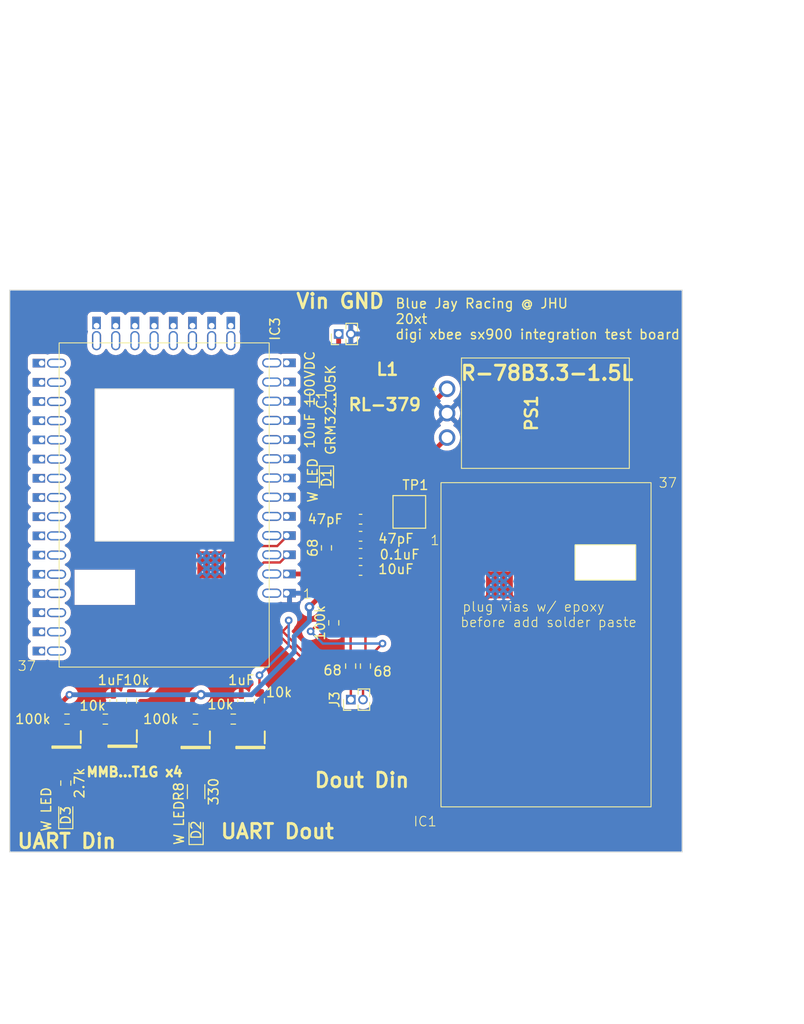
<source format=kicad_pcb>
(kicad_pcb (version 20221018) (generator pcbnew)
  (layers (0 "F.Cu" signal) (31 "B.Cu" signal) (34 "B.Paste" user) (35 "F.Paste" user) (36 "B.SilkS" user "B.Silkscreen") (37 "F.SilkS" user "F.Silkscreen") (38 "B.Mask" user) (39 "F.Mask" user) (44 "Edge.Cuts" user))
  (net 0 "")
  (net 1 "Vin")
  (net 2 "GND")
  (net 3 "Vcc")
  (net 4 "Net-(D1-A)")
  (net 5 "Dout")
  (net 6 "Din")
  (net 40 "Net-(PS1-+VIN)")
  (net 74 "Net-(J1-Pin_1)")
  (net 75 "Net-(J1-Pin_2)")
  (net 76 "Net-(IC4-E)")
  (net 77 "Net-(IC6-E)")
  (net 78 "Net-(D2-A)")
  (net 79 "Net-(D3-A)")
  (net 80 "Net-(IC4-B)")
  (net 81 "Net-(IC5-B)")
  (net 82 "Net-(IC5-C)")
  (net 83 "Net-(IC6-B)")
  (net 84 "Net-(IC7-B)")
  (net 85 "Net-(IC7-C)")
  (footprint "radio_modulefp:SOT96P237X111-3N" (layer "F.Cu") (at 137.729 100.711 -90)
    (fp_text reference "IC7" hide)
    (fp_text value "MMBT3906LT1G" hide)
    (fp_line (start -1.675 -1.505) (end -0.425 -1.505) (stroke (width 0.2)) (layer "F.SilkS"))
    (fp_line (start -0.075 -1.46) (end 0.075 -1.46) (stroke (width 0.2)) (layer "F.SilkS"))
    (fp_line (start -0.075 1.46) (end -0.075 -1.46) (stroke (width 0.2)) (layer "F.SilkS"))
    (fp_line (start 0.075 -1.46) (end 0.075 1.46) (stroke (width 0.2)) (layer "F.SilkS"))
    (fp_line (start 0.075 1.46) (end -0.075 1.46) (stroke (width 0.2)) (layer "F.SilkS"))
    (pad "1" smd rect (at -1.05 -0.955) (size 0.6 1.25) (layers "F.Cu" "F.Paste" "F.Mask") (net 84 "Net-(IC7-B)"))
    (pad "2" smd rect (at -1.05 0.955) (size 0.6 1.25) (layers "F.Cu" "F.Paste" "F.Mask") (net 3 "Vcc"))
    (pad "3" smd rect (at 1.05 0) (size 0.6 1.25) (layers "F.Cu" "F.Paste" "F.Mask") (net 85 "Net-(IC7-C)"))
  )
  (footprint "LED_SMD:LED_0603_1608Metric" (layer "F.Cu") (at 164.846 72.898 -90)
    (fp_text reference "D1" (at -0.254 0 90) (layer "F.SilkS"))
    (fp_text value "W LED" (at 0 1.43 -90) (layer "F.SilkS"))
    (fp_line (start -1.485 -0.735) (end -1.485 0.735) (stroke (width 0.12)) (layer "F.SilkS"))
    (fp_line (start -1.485 0.735) (end 0.8 0.735) (stroke (width 0.12)) (layer "F.SilkS"))
    (fp_line (start 0.8 -0.735) (end -1.485 -0.735) (stroke (width 0.12)) (layer "F.SilkS"))
    (pad "1" smd roundrect (at -0.7875 0 270) (size 0.875 0.95) (layers "F.Cu" "F.Paste" "F.Mask") (net 2 "GND"))
    (pad "2" smd roundrect (at 0.7875 0 270) (size 0.875 0.95) (layers "F.Cu" "F.Paste" "F.Mask") (net 4 "Net-(D1-A)"))
  )
  (footprint "Resistor_SMD:R_0603_1608Metric" (layer "F.Cu") (at 137.668 104.457 90)
    (fp_text reference "R12" hide)
    (fp_text value "2.7k" (at 0 1.43 90) (layer "F.SilkS"))
    (fp_line (start -0.237258 -0.5225) (end 0.237258 -0.5225) (stroke (width 0.12)) (layer "F.SilkS"))
    (fp_line (start -0.237258 0.5225) (end 0.237258 0.5225) (stroke (width 0.12)) (layer "F.SilkS"))
    (pad "1" smd roundrect (at -0.825 0 90) (size 0.8 0.95) (layers "F.Cu" "F.Paste" "F.Mask") (net 79 "Net-(D3-A)"))
    (pad "2" smd roundrect (at 0.825 0 90) (size 0.8 0.95) (layers "F.Cu" "F.Paste" "F.Mask") (net 85 "Net-(IC7-C)"))
  )
  (footprint "radio_modulefp:SOT96P237X111-3N" (layer "F.Cu") (at 143.571 100.618 -90)
    (fp_text reference "IC6" hide)
    (fp_text value "MMBT3906LT1G" hide)
    (fp_line (start -1.675 -1.505) (end -0.425 -1.505) (stroke (width 0.2)) (layer "F.SilkS"))
    (fp_line (start -0.075 -1.46) (end 0.075 -1.46) (stroke (width 0.2)) (layer "F.SilkS"))
    (fp_line (start -0.075 1.46) (end -0.075 -1.46) (stroke (width 0.2)) (layer "F.SilkS"))
    (fp_line (start 0.075 -1.46) (end 0.075 1.46) (stroke (width 0.2)) (layer "F.SilkS"))
    (fp_line (start 0.075 1.46) (end -0.075 1.46) (stroke (width 0.2)) (layer "F.SilkS"))
    (pad "1" smd rect (at -1.05 -0.955) (size 0.6 1.25) (layers "F.Cu" "F.Paste" "F.Mask") (net 83 "Net-(IC6-B)"))
    (pad "2" smd rect (at -1.05 0.955) (size 0.6 1.25) (layers "F.Cu" "F.Paste" "F.Mask") (net 77 "Net-(IC6-E)"))
    (pad "3" smd rect (at 1.05 0) (size 0.6 1.25) (layers "F.Cu" "F.Paste" "F.Mask") (net 2 "GND"))
  )
  (footprint "Connector_PinHeader_1.27mm:PinHeader_1x02_P1.27mm_Vertical" (layer "F.Cu") (at 167.386 95.758 90)
    (fp_text reference "J3" (at 0 -1.695 90) (layer "F.SilkS"))
    (fp_text value "Conn_01x02" hide)
    (fp_line (start -1.11 -0.76) (end 0 -0.76) (stroke (width 0.12)) (layer "F.SilkS"))
    (fp_line (start -1.11 0) (end -1.11 -0.76) (stroke (width 0.12)) (layer "F.SilkS"))
    (fp_line (start -1.11 0.76) (end -1.11 1.965) (stroke (width 0.12)) (layer "F.SilkS"))
    (fp_line (start -1.11 0.76) (end -0.563471 0.76) (stroke (width 0.12)) (layer "F.SilkS"))
    (fp_line (start -1.11 1.965) (end -0.30753 1.965) (stroke (width 0.12)) (layer "F.SilkS"))
    (fp_line (start 0.30753 1.965) (end 1.11 1.965) (stroke (width 0.12)) (layer "F.SilkS"))
    (fp_line (start 0.563471 0.76) (end 1.11 0.76) (stroke (width 0.12)) (layer "F.SilkS"))
    (fp_line (start 1.11 0.76) (end 1.11 1.965) (stroke (width 0.12)) (layer "F.SilkS"))
    (pad "1" thru_hole rect (at 0 0 90) (size 1 1) (drill 0.65) (layers "*.Cu" "*.Mask") (net 74 "Net-(J1-Pin_1)"))
    (pad "2" thru_hole oval (at 0 1.27 90) (size 1 1) (drill 0.65) (layers "*.Cu" "*.Mask") (net 75 "Net-(J1-Pin_2)"))
  )
  (footprint "Resistor_SMD:R_0603_1608Metric" (layer "F.Cu") (at 151.194 97.79)
    (fp_text reference "R7" hide)
    (fp_text value "100k" hide)
    (fp_line (start -0.237258 -0.5225) (end 0.237258 -0.5225) (stroke (width 0.12)) (layer "F.SilkS"))
    (fp_line (start -0.237258 0.5225) (end 0.237258 0.5225) (stroke (width 0.12)) (layer "F.SilkS"))
    (pad "1" smd roundrect (at -0.825 0) (size 0.8 0.95) (layers "F.Cu" "F.Paste" "F.Mask") (net 3 "Vcc"))
    (pad "2" smd roundrect (at 0.825 0) (size 0.8 0.95) (layers "F.Cu" "F.Paste" "F.Mask") (net 81 "Net-(IC5-B)"))
  )
  (footprint "radio_modulefp:RLS397" (layer "F.Cu") (at 171.243 65.024)
    (fp_text reference "L1" (at -0.047 -3.683) (layer "F.SilkS") (effects (font (size 1.27 1.27) (thickness 0.254))))
    (fp_text value "3.9uH" hide)
    (fp_text user "RL-379" (at -0.325 0) (layer "F.SilkS") (effects (font (size 1.27 1.27) (thickness 0.254))))
    (fp_line (start -3 -0.2) (end -3 -0.2) (stroke (width 0.1)) (layer "F.SilkS"))
    (fp_line (start -2.9 -0.2) (end -2.9 -0.2) (stroke (width 0.1)) (layer "F.SilkS"))
    (fp_arc (start -3 -0.2) (mid -2.95 -0.25) (end -2.9 -0.2) (stroke (width 0.1)) (layer "F.SilkS"))
    (fp_arc (start -2.9 -0.2) (mid -2.95 -0.15) (end -3 -0.2) (stroke (width 0.1)) (layer "F.SilkS"))
    (pad "1" smd rect (at -1.35 0) (size 2 3.5) (layers "F.Cu" "F.Paste" "F.Mask") (net 1 "Vin"))
    (pad "2" smd rect (at 1.35 0) (size 2 3.5) (layers "F.Cu" "F.Paste" "F.Mask") (net 40 "Net-(PS1-+VIN)"))
  )
  (footprint "Capacitor_SMD:C_0603_1608Metric" (layer "F.Cu") (at 168.402 78.74 180)
    (fp_text reference "C4" hide)
    (fp_text value "47pF" (at -3.683 -0.254) (layer "F.SilkS"))
    (fp_line (start -0.14058 -0.51) (end 0.14058 -0.51) (stroke (width 0.12)) (layer "F.SilkS"))
    (fp_line (start -0.14058 0.51) (end 0.14058 0.51) (stroke (width 0.12)) (layer "F.SilkS"))
    (pad "1" smd roundrect (at -0.775 0 180) (size 0.9 0.95) (layers "F.Cu" "F.Paste" "F.Mask") (net 2 "GND"))
    (pad "2" smd roundrect (at 0.775 0 180) (size 0.9 0.95) (layers "F.Cu" "F.Paste" "F.Mask") (net 3 "Vcc"))
  )
  (footprint "Resistor_SMD:R_0603_1608Metric" (layer "F.Cu") (at 167.366 92.265 90)
    (fp_text reference "R2" hide)
    (fp_text value "68" (at -0.445 -1.885 180) (layer "F.SilkS"))
    (fp_line (start -0.237258 -0.5225) (end 0.237258 -0.5225) (stroke (width 0.12)) (layer "F.SilkS"))
    (fp_line (start -0.237258 0.5225) (end 0.237258 0.5225) (stroke (width 0.12)) (layer "F.SilkS"))
    (pad "1" smd roundrect (at -0.825 0 90) (size 0.8 0.95) (layers "F.Cu" "F.Paste" "F.Mask") (net 74 "Net-(J1-Pin_1)"))
    (pad "2" smd roundrect (at 0.825 0 90) (size 0.8 0.95) (layers "F.Cu" "F.Paste" "F.Mask") (net 5 "Dout"))
  )
  (footprint "LED_SMD:LED_0603_1608Metric" (layer "F.Cu") (at 151.257 109.3725 90)
    (fp_text reference "D2" (at 0.0255 0 90) (layer "F.SilkS"))
    (fp_text value "LED" hide)
    (fp_line (start -1.485 -0.735) (end -1.485 0.735) (stroke (width 0.12)) (layer "F.SilkS"))
    (fp_line (start -1.485 0.735) (end 0.8 0.735) (stroke (width 0.12)) (layer "F.SilkS"))
    (fp_line (start 0.8 -0.735) (end -1.485 -0.735) (stroke (width 0.12)) (layer "F.SilkS"))
    (pad "1" smd roundrect (at -0.7875 0 90) (size 0.875 0.95) (layers "F.Cu" "F.Paste" "F.Mask") (net 2 "GND"))
    (pad "2" smd roundrect (at 0.7875 0 90) (size 0.875 0.95) (layers "F.Cu" "F.Paste" "F.Mask") (net 78 "Net-(D2-A)"))
  )
  (footprint "Capacitor_SMD:C_0402_1005Metric" (layer "F.Cu") (at 155.956 95.885 90)
    (fp_text reference "C6" hide)
    (fp_text value "1uF" hide)
    (fp_line (start -0.107836 -0.36) (end 0.107836 -0.36) (stroke (width 0.12)) (layer "F.SilkS"))
    (fp_line (start -0.107836 0.36) (end 0.107836 0.36) (stroke (width 0.12)) (layer "F.SilkS"))
    (pad "1" smd roundrect (at -0.48 0 90) (size 0.56 0.62) (layers "F.Cu" "F.Paste" "F.Mask") (net 76 "Net-(IC4-E)"))
    (pad "2" smd roundrect (at 0.48 0 90) (size 0.56 0.62) (layers "F.Cu" "F.Paste" "F.Mask") (net 2 "GND"))
  )
  (footprint "Capacitor_SMD:C_0603_1608Metric" (layer "F.Cu") (at 168.402 76.962 180)
    (fp_text reference "C5" hide)
    (fp_text value "47pF" (at 3.683 0) (layer "F.SilkS"))
    (fp_line (start -0.14058 -0.51) (end 0.14058 -0.51) (stroke (width 0.12)) (layer "F.SilkS"))
    (fp_line (start -0.14058 0.51) (end 0.14058 0.51) (stroke (width 0.12)) (layer "F.SilkS"))
    (pad "1" smd roundrect (at -0.775 0 180) (size 0.9 0.95) (layers "F.Cu" "F.Paste" "F.Mask") (net 2 "GND"))
    (pad "2" smd roundrect (at 0.775 0 180) (size 0.9 0.95) (layers "F.Cu" "F.Paste" "F.Mask") (net 3 "Vcc"))
  )
  (footprint "radio_modulefp:SOT96P237X111-3N" (layer "F.Cu") (at 156.906 100.745 -90)
    (fp_text reference "IC4" hide)
    (fp_text value "MMBT3906LT1G" hide)
    (fp_line (start -1.675 -1.505) (end -0.425 -1.505) (stroke (width 0.2)) (layer "F.SilkS"))
    (fp_line (start -0.075 -1.46) (end 0.075 -1.46) (stroke (width 0.2)) (layer "F.SilkS"))
    (fp_line (start -0.075 1.46) (end -0.075 -1.46) (stroke (width 0.2)) (layer "F.SilkS"))
    (fp_line (start 0.075 -1.46) (end 0.075 1.46) (stroke (width 0.2)) (layer "F.SilkS"))
    (fp_line (start 0.075 1.46) (end -0.075 1.46) (stroke (width 0.2)) (layer "F.SilkS"))
    (pad "1" smd rect (at -1.05 -0.955) (size 0.6 1.25) (layers "F.Cu" "F.Paste" "F.Mask") (net 80 "Net-(IC4-B)"))
    (pad "2" smd rect (at -1.05 0.955) (size 0.6 1.25) (layers "F.Cu" "F.Paste" "F.Mask") (net 76 "Net-(IC4-E)"))
    (pad "3" smd rect (at 1.05 0) (size 0.6 1.25) (layers "F.Cu" "F.Paste" "F.Mask") (net 2 "GND"))
  )
  (footprint "Capacitor_SMD:C_0603_1608Metric" (layer "F.Cu") (at 168.402 80.518 180)
    (fp_text reference "C3" hide)
    (fp_text value "0.1uF" (at -4.064 -0.127) (layer "F.SilkS"))
    (fp_line (start -0.14058 -0.51) (end 0.14058 -0.51) (stroke (width 0.12)) (layer "F.SilkS"))
    (fp_line (start -0.14058 0.51) (end 0.14058 0.51) (stroke (width 0.12)) (layer "F.SilkS"))
    (pad "1" smd roundrect (at -0.775 0 180) (size 0.9 0.95) (layers "F.Cu" "F.Paste" "F.Mask") (net 2 "GND"))
    (pad "2" smd roundrect (at 0.775 0 180) (size 0.9 0.95) (layers "F.Cu" "F.Paste" "F.Mask") (net 3 "Vcc"))
  )
  (footprint "Resistor_SMD:R_0603_1608Metric" (layer "F.Cu") (at 144.526 95.885 -90)
    (fp_text reference "R10" hide)
    (fp_text value "10k" (at -2.159 -0.508 -180) (layer "F.SilkS"))
    (fp_line (start -0.237258 -0.5225) (end 0.237258 -0.5225) (stroke (width 0.12)) (layer "F.SilkS"))
    (fp_line (start -0.237258 0.5225) (end 0.237258 0.5225) (stroke (width 0.12)) (layer "F.SilkS"))
    (pad "1" smd roundrect (at -0.825 0 270) (size 0.8 0.95) (layers "F.Cu" "F.Paste" "F.Mask") (net 6 "Din"))
    (pad "2" smd roundrect (at 0.825 0 270) (size 0.8 0.95) (layers "F.Cu" "F.Paste" "F.Mask") (net 83 "Net-(IC6-B)"))
  )
  (footprint "LED_SMD:LED_0603_1608Metric" (layer "F.Cu") (at 137.668 107.7215 90)
    (fp_text reference "D3" hide)
    (fp_text value "W LED" (at 0.5335 -2.032 90) (layer "F.SilkS"))
    (fp_line (start -1.485 -0.735) (end -1.485 0.735) (stroke (width 0.12)) (layer "F.SilkS"))
    (fp_line (start -1.485 0.735) (end 0.8 0.735) (stroke (width 0.12)) (layer "F.SilkS"))
    (fp_line (start 0.8 -0.735) (end -1.485 -0.735) (stroke (width 0.12)) (layer "F.SilkS"))
    (pad "1" smd roundrect (at -0.7875 0 90) (size 0.875 0.95) (layers "F.Cu" "F.Paste" "F.Mask") (net 2 "GND"))
    (pad "2" smd roundrect (at 0.7875 0 90) (size 0.875 0.95) (layers "F.Cu" "F.Paste" "F.Mask") (net 79 "Net-(D3-A)"))
  )
  (footprint "Connector_PinHeader_1.27mm:PinHeader_1x02_P1.27mm_Vertical" (layer "F.Cu") (at 166.116 57.658 90)
    (fp_text reference "J4" hide)
    (fp_text value "Conn_01x02" hide)
    (fp_line (start -1.11 -0.76) (end 0 -0.76) (stroke (width 0.12)) (layer "F.SilkS"))
    (fp_line (start -1.11 0) (end -1.11 -0.76) (stroke (width 0.12)) (layer "F.SilkS"))
    (fp_line (start -1.11 0.76) (end -1.11 1.965) (stroke (width 0.12)) (layer "F.SilkS"))
    (fp_line (start -1.11 0.76) (end -0.563471 0.76) (stroke (width 0.12)) (layer "F.SilkS"))
    (fp_line (start -1.11 1.965) (end -0.30753 1.965) (stroke (width 0.12)) (layer "F.SilkS"))
    (fp_line (start 0.30753 1.965) (end 1.11 1.965) (stroke (width 0.12)) (layer "F.SilkS"))
    (fp_line (start 0.563471 0.76) (end 1.11 0.76) (stroke (width 0.12)) (layer "F.SilkS"))
    (fp_line (start 1.11 0.76) (end 1.11 1.965) (stroke (width 0.12)) (layer "F.SilkS"))
    (pad "1" thru_hole rect (at 0 0 90) (size 1 1) (drill 0.65) (layers "*.Cu" "*.Mask") (net 1 "Vin"))
    (pad "2" thru_hole oval (at 0 1.27 90) (size 1 1) (drill 0.65) (layers "*.Cu" "*.Mask") (net 2 "GND"))
  )
  (footprint "Resistor_SMD:R_0603_1608Metric" (layer "F.Cu") (at 137.795 97.79)
    (fp_text reference "R11" hide)
    (fp_text value "100k" (at -3.556 0) (layer "F.SilkS"))
    (fp_line (start -0.237258 -0.5225) (end 0.237258 -0.5225) (stroke (width 0.12)) (layer "F.SilkS"))
    (fp_line (start -0.237258 0.5225) (end 0.237258 0.5225) (stroke (width 0.12)) (layer "F.SilkS"))
    (pad "1" smd roundrect (at -0.825 0) (size 0.8 0.95) (layers "F.Cu" "F.Paste" "F.Mask") (net 3 "Vcc"))
    (pad "2" smd roundrect (at 0.825 0) (size 0.8 0.95) (layers "F.Cu" "F.Paste" "F.Mask") (net 84 "Net-(IC7-B)"))
  )
  (footprint "Capacitor_SMD:C_0603_1608Metric" (layer "F.Cu") (at 168.402 82.296 180)
    (fp_text reference "C2" hide)
    (fp_text value "10uF" (at -3.683 0.127) (layer "F.SilkS"))
    (fp_line (start -0.14058 -0.51) (end 0.14058 -0.51) (stroke (width 0.12)) (layer "F.SilkS"))
    (fp_line (start -0.14058 0.51) (end 0.14058 0.51) (stroke (width 0.12)) (layer "F.SilkS"))
    (pad "1" smd roundrect (at -0.775 0 180) (size 0.9 0.95) (layers "F.Cu" "F.Paste" "F.Mask") (net 2 "GND"))
    (pad "2" smd roundrect (at 0.775 0 180) (size 0.9 0.95) (layers "F.Cu" "F.Paste" "F.Mask") (net 3 "Vcc"))
  )
  (footprint "Resistor_SMD:R_1206_3216Metric" (layer "F.Cu") (at 151.257 105.3485 90)
    (fp_text reference "R8" (at 0 -1.82 90) (layer "F.SilkS"))
    (fp_text value "330" (at 0 1.82 90) (layer "F.SilkS"))
    (fp_line (start -0.727064 -0.91) (end 0.727064 -0.91) (stroke (width 0.12)) (layer "F.SilkS"))
    (fp_line (start -0.727064 0.91) (end 0.727064 0.91) (stroke (width 0.12)) (layer "F.SilkS"))
    (pad "1" smd roundrect (at -1.4625 0 90) (size 1.125 1.75) (layers "F.Cu" "F.Paste" "F.Mask") (roundrect_rratio 0.222222) (net 78 "Net-(D2-A)"))
    (pad "2" smd roundrect (at 1.4625 0 90) (size 1.125 1.75) (layers "F.Cu" "F.Paste" "F.Mask") (roundrect_rratio 0.222222) (net 82 "Net-(IC5-C)"))
  )
  (footprint "Resistor_SMD:R_0603_1608Metric" (layer "F.Cu") (at 141.795 97.79 180)
    (fp_text reference "R9" hide)
    (fp_text value "10k" (at 1.333 1.397) (layer "F.SilkS"))
    (fp_line (start -0.237258 -0.5225) (end 0.237258 -0.5225) (stroke (width 0.12)) (layer "F.SilkS"))
    (fp_line (start -0.237258 0.5225) (end 0.237258 0.5225) (stroke (width 0.12)) (layer "F.SilkS"))
    (pad "1" smd roundrect (at -0.825 0 180) (size 0.8 0.95) (layers "F.Cu" "F.Paste" "F.Mask") (net 77 "Net-(IC6-E)"))
    (pad "2" smd roundrect (at 0.825 0 180) (size 0.8 0.95) (layers "F.Cu" "F.Paste" "F.Mask") (net 84 "Net-(IC7-B)"))
  )
  (footprint "Resistor_SMD:R_0603_1608Metric" (layer "F.Cu") (at 155.131 97.79 180)
    (fp_text reference "R6" hide)
    (fp_text value "10k" hide)
    (fp_line (start -0.237258 -0.5225) (end 0.237258 -0.5225) (stroke (width 0.12)) (layer "F.SilkS"))
    (fp_line (start -0.237258 0.5225) (end 0.237258 0.5225) (stroke (width 0.12)) (layer "F.SilkS"))
    (pad "1" smd roundrect (at -0.825 0 180) (size 0.8 0.95) (layers "F.Cu" "F.Paste" "F.Mask") (net 76 "Net-(IC4-E)"))
    (pad "2" smd roundrect (at 0.825 0 180) (size 0.8 0.95) (layers "F.Cu" "F.Paste" "F.Mask") (net 81 "Net-(IC5-B)"))
  )
  (footprint "Resistor_SMD:R_0603_1608Metric" (layer "F.Cu") (at 164.846 79.946 -90)
    (fp_text reference "R3" hide)
    (fp_text value "68" (at 0 1.43 90) (layer "F.SilkS"))
    (fp_line (start -0.237258 -0.5225) (end 0.237258 -0.5225) (stroke (width 0.12)) (layer "F.SilkS"))
    (fp_line (start -0.237258 0.5225) (end 0.237258 0.5225) (stroke (width 0.12)) (layer "F.SilkS"))
    (pad "1" smd roundrect (at -0.825 0 270) (size 0.8 0.95) (layers "F.Cu" "F.Paste" "F.Mask") (net 4 "Net-(D1-A)"))
    (pad "2" smd roundrect (at 0.825 0 270) (size 0.8 0.95) (layers "F.Cu" "F.Paste" "F.Mask") (net 3 "Vcc"))
  )
  (footprint "Capacitor_SMD:C_1210_3225Metric" (layer "F.Cu") (at 164.465 64.516 -90)
    (fp_text reference "C1" (at 0 0.127 90) (layer "F.SilkS"))
    (fp_text value "10uF 100VDC" (at 0 1.36 90) (layer "F.SilkS"))
    (fp_line (start -0.711252 -1.36) (end 0.711252 -1.36) (stroke (width 0.12)) (layer "F.SilkS"))
    (fp_line (start -0.711252 1.36) (end 0.711252 1.36) (stroke (width 0.12)) (layer "F.SilkS"))
    (pad "1" smd roundrect (at -1.475 0 270) (size 1.15 2.7) (layers "F.Cu" "F.Paste" "F.Mask") (roundrect_rratio 0.217391) (net 1 "Vin"))
    (pad "2" smd roundrect (at 1.475 0 270) (size 1.15 2.7) (layers "F.Cu" "F.Paste" "F.Mask") (roundrect_rratio 0.217391) (net 2 "GND"))
  )
  (footprint "Resistor_SMD:R_0603_1608Metric" (layer "F.Cu") (at 165.608 87.757 -90)
    (fp_text reference "R4" hide)
    (fp_text value "100k" (at 0 1.43 90) (layer "F.SilkS"))
    (fp_line (start -0.237258 -0.5225) (end 0.237258 -0.5225) (stroke (width 0.12)) (layer "F.SilkS"))
    (fp_line (start -0.237258 0.5225) (end 0.237258 0.5225) (stroke (width 0.12)) (layer "F.SilkS"))
    (pad "1" smd roundrect (at -0.825 0 270) (size 0.8 0.95) (layers "F.Cu" "F.Paste" "F.Mask") (net 3 "Vcc"))
    (pad "2" smd roundrect (at 0.825 0 270) (size 0.8 0.95) (layers "F.Cu" "F.Paste" "F.Mask") (net 6 "Din"))
  )
  (footprint "TestPoint:TestPoint_Pad_3.0x3.0mm" (layer "F.Cu") (at 173.482 76.2)
    (fp_text reference "TP1" (at 0.635 -2.794) (layer "F.SilkS"))
    (fp_text value "TestPoint" hide)
    (fp_line (start -1.7 -1.7) (end 1.7 -1.7) (stroke (width 0.12)) (layer "F.SilkS"))
    (fp_line (start -1.7 1.7) (end -1.7 -1.7) (stroke (width 0.12)) (layer "F.SilkS"))
    (fp_line (start 1.7 -1.7) (end 1.7 1.7) (stroke (width 0.12)) (layer "F.SilkS"))
    (fp_line (start 1.7 1.7) (end -1.7 1.7) (stroke (width 0.12)) (layer "F.SilkS"))
    (pad "1" smd rect (at 0 0) (size 3 3) (layers "F.Cu" "F.Mask") (net 3 "Vcc"))
  )
  (footprint "radio_modulefp:xbee sx 900" (layer "F.Cu") (at 176.785 106.933)
    (fp_text reference "IC1" (at -1.652 1.525 unlocked) (layer "F.SilkS") (effects (font (thickness 0.1))))
    (fp_text value "XBP9X-DMUS-011")
    (fp_text user "1" (at -1.17 -27.19 unlocked) (layer "F.SilkS") (effects (font (thickness 0.1)) (justify left bottom)))
    (fp_text user "plug vias w/ epoxy" (at 2.17 -20.26 unlocked) (layer "F.SilkS") (effects (font (thickness 0.1)) (justify left bottom)))
    (fp_text user "37" (at 22.63 -33.18 unlocked) (layer "F.SilkS") (effects (font (thickness 0.1)) (justify left bottom)))
    (fp_text user "before add solder paste" (at 1.96 -18.65 unlocked) (layer "F.SilkS") (effects (font (thickness 0.1)) (justify left bottom)))
    (fp_rect (start 0 0) (end 21.9 -33.78) (stroke (width 0.1)) (fill none) (layer "F.SilkS"))
    (fp_rect (start 13.98 -27.31) (end 20.3 -23.63) (stroke (width 0.1)) (fill none) (layer "F.SilkS"))
    (pad "1" smd roundrect (at 0.04 -26.08) (size 3 1.52) (layers "F.Cu" "F.Paste" "F.Mask") (net 2 "GND"))
    (pad "2" smd roundrect (at 0.04 -24.08) (size 3 1.52) (layers "F.Cu" "F.Paste" "F.Mask") (net 3 "Vcc"))
    (pad "3" smd roundrect (at 0.04 -22.08) (size 3 1.52) (layers "F.Cu" "F.Paste" "F.Mask") (net 5 "Dout"))
    (pad "4" smd roundrect (at 0.04 -20.08) (size 3 1.52) (layers "F.Cu" "F.Paste" "F.Mask") (net 6 "Din"))
    (pad "5" smd roundrect (at 0.04 -18.08) (size 3 1.52) (layers "F.Cu" "F.Paste" "F.Mask"))
    (pad "6" smd roundrect (at 0.04 -16.08) (size 3 1.52) (layers "F.Cu" "F.Paste" "F.Mask"))
    (pad "7" smd roundrect (at 0.04 -14.08) (size 3 1.52) (layers "F.Cu" "F.Paste" "F.Mask"))
    (pad "8" smd roundrect (at 0.04 -12.08) (size 3 1.52) (layers "F.Cu" "F.Paste" "F.Mask"))
    (pad "9" smd roundrect (at 0.04 -10.08) (size 3 1.52) (layers "F.Cu" "F.Paste" "F.Mask"))
    (pad "10" smd roundrect (at 0.04 -8.08) (size 3 1.52) (layers "F.Cu" "F.Paste" "F.Mask"))
    (pad "11" smd roundrect (at 0.04 -6.08) (size 3 1.52) (layers "F.Cu" "F.Paste" "F.Mask"))
    (pad "12" smd roundrect (at 0.04 -4.08) (size 3 1.52) (layers "F.Cu" "F.Paste" "F.Mask"))
    (pad "13" smd roundrect (at 0.04 -2.08) (size 3 1.52) (layers "F.Cu" "F.Paste" "F.Mask"))
    (pad "14" smd roundrect (at 4 0 90) (size 3 1.52) (layers "F.Cu" "F.Paste" "F.Mask"))
    (pad "15" smd roundrect (at 6 0 90) (size 3 1.52) (layers "F.Cu" "F.Paste" "F.Mask"))
    (pad "16" smd roundrect (at 8 0 90) (size 3 1.52) (layers "F.Cu" "F.Paste" "F.Mask"))
    (pad "17" smd roundrect (at 10 0 90) (size 3 1.52) (layers "F.Cu" "F.Paste" "F.Mask"))
    (pad "18" smd roundrect (at 12 0 90) (size 3 1.52) (layers "F.Cu" "F.Paste" "F.Mask"))
    (pad "19" smd roundrect (at 14 0 90) (size 3 1.52) (layers "F.Cu" "F.Paste" "F.Mask"))
    (pad "20" smd roundrect (at 16 0 90) (size 3 1.52) (layers "F.Cu" "F.Paste" "F.Mask"))
    (pad "21" smd roundrect (at 18 0 90) (size 3 1.52) (layers "F.Cu" "F.Paste" "F.Mask"))
    (pad "22" smd roundrect (at 21.9 -2.11) (size 3 1.52) (layers "F.Cu" "F.Paste" "F.Mask"))
    (pad "23" smd roundrect (at 21.9 -4.11) (size 3 1.52) (layers "F.Cu" "F.Paste" "F.Mask"))
    (pad "24" smd roundrect (at 21.9 -6.11) (size 3 1.52) (layers "F.Cu" "F.Paste" "F.Mask"))
    (pad "25" smd roundrect (at 21.9 -8.11) (size 3 1.52) (layers "F.Cu" "F.Paste" "F.Mask"))
    (pad "26" smd roundrect (at 21.9 -10.11) (size 3 1.52) (layers "F.Cu" "F.Paste" "F.Mask"))
    (pad "27" smd roundrect (at 21.9 -12.11) (size 3 1.52) (layers "F.Cu" "F.Paste" "F.Mask"))
    (pad "28" smd roundrect (at 21.9 -14.11) (size 3 1.52) (layers "F.Cu" "F.Paste" "F.Mask"))
    (pad "29" smd roundrect (at 21.9 -16.11) (size 3 1.52) (layers "F.Cu" "F.Paste" "F.Mask"))
    (pad "30" smd roundrect (at 21.9 -18.11) (size 3 1.52) (layers "F.Cu" "F.Paste" "F.Mask"))
    (pad "31" smd roundrect (at 21.9 -20.11) (size 3 1.52) (layers "F.Cu" "F.Paste" "F.Mask"))
    (pad "32" smd roundrect (at 21.9 -22.11) (size 3 1.52) (layers "F.Cu" "F.Paste" "F.Mask"))
    (pad "33" smd roundrect (at 21.9 -24.11) (size 3 1.52) (layers "F.Cu" "F.Paste" "F.Mask"))
    (pad "34" smd roundrect (at 21.9 -26.11) (size 3 1.52) (layers "F.Cu" "F.Paste" "F.Mask"))
    (pad "35" smd roundrect (at 21.9 -28.11) (size 3 1.52) (layers "F.Cu" "F.Paste" "F.Mask"))
    (pad "36" smd roundrect (at 21.9 -30.11) (size 3 1.52) (layers "F.Cu" "F.Paste" "F.Mask"))
    (pad "37" smd roundrect (at 21.9 -32.11) (size 3 1.52) (layers "F.Cu" "F.Paste" "F.Mask"))
    (pad "38" thru_hole circle (at 5.205 -23.875) (size 0.33 0.33) (drill 0.127) (layers "*.Cu") (net 2 "GND"))
    (pad "38" thru_hole circle (at 5.205 -23.115) (size 0.33 0.33) (drill 0.127) (layers "*.Cu") (net 2 "GND"))
    (pad "38" thru_hole circle (at 5.205 -22.185) (size 0.33 0.33) (drill 0.127) (layers "*.Cu") (net 2 "GND"))
    (pad "38" thru_hole circle (at 6.095 -23.875) (size 0.33 0.33) (drill 0.127) (layers "*.Cu") (net 2 "GND"))
    (pad "38" thru_hole circle (at 6.095 -23.115) (size 0.33 0.33) (drill 0.127) (layers "*.Cu") (net 2 "GND"))
    (pad "38" smd roundrect (at 6.095 -23.115) (size 2.79 2.79) (layers "F.Cu" "F.Paste" "F.Mask") (roundrect_rratio 0.03584229391) (net 2 "GND"))
    (pad "38" thru_hole circle (at 6.095 -22.185) (size 0.33 0.33) (drill 0.127) (layers "*.Cu") (net 2 "GND"))
    (pad "38" thru_hole circle (at 6.955 -23.875) (size 0.33 0.33) (drill 0.127) (layers "*.Cu") (net 2 "GND"))
    (pad "38" thru_hole circle (at 6.955 -23.115) (size 0.33 0.33) (drill 0.127) (layers "*.Cu") (net 2 "GND"))
    (pad "38" thru_hole circle (at 6.955 -22.185) (size 0.33 0.33) (drill 0.127) (layers "*.Cu") (net 2 "GND"))
    (zone (net 0) (net_name "") (layers "*.Cu") (connect_pads (clearance 0)) (min_thickness 0.25)
      (keepout (tracks not_allowed) (vias not_allowed) (pads not_allowed) (copperpour not_allowed) (footprints allowed))
      (fill (thermal_gap 0.5) (thermal_bridge_width 0.5))
      (polygon (pts (xy 190.765 79.623) (xy 197.085 79.623) (xy 197.085 83.303) (xy 190.765 83.303)))
    )
  )
  (footprint "radio_modulefp:SOT96P237X111-3N" (layer "F.Cu") (at 151.191 100.745 -90)
    (fp_text reference "IC5" hide)
    (fp_text value "MMBT3906LT1G" hide)
    (fp_line (start -1.675 -1.505) (end -0.425 -1.505) (stroke (width 0.2)) (layer "F.SilkS"))
    (fp_line (start -0.075 -1.46) (end 0.075 -1.46) (stroke (width 0.2)) (layer "F.SilkS"))
    (fp_line (start -0.075 1.46) (end -0.075 -1.46) (stroke (width 0.2)) (layer "F.SilkS"))
    (fp_line (start 0.075 -1.46) (end 0.075 1.46) (stroke (width 0.2)) (layer "F.SilkS"))
    (fp_line (start 0.075 1.46) (end -0.075 1.46) (stroke (width 0.2)) (layer "F.SilkS"))
    (pad "1" smd rect (at -1.05 -0.955) (size 0.6 1.25) (layers "F.Cu" "F.Paste" "F.Mask") (net 81 "Net-(IC5-B)"))
    (pad "2" smd rect (at -1.05 0.955) (size 0.6 1.25) (layers "F.Cu" "F.Paste" "F.Mask") (net 3 "Vcc"))
    (pad "3" smd rect (at 1.05 0) (size 0.6 1.25) (layers "F.Cu" "F.Paste" "F.Mask") (net 82 "Net-(IC5-C)"))
  )
  (footprint "radio_modulefp:xbee sx 900 flexy" (layer "F.Cu") (at 158.875 58.587 180)
    (fp_text reference "IC3" (at -0.61 1.45 90) (layer "F.SilkS"))
    (fp_text value "XBP9X-DMUS-011")
    (fp_text user "1" (at -3.431 -26.757 unlocked) (layer "F.SilkS") (effects (font (thickness 0.1)) (justify left bottom)))
    (fp_text user "37" (at 26.287 -34.25 unlocked) (layer "F.SilkS") (effects (font (thickness 0.1)) (justify left bottom)))
    (fp_rect (start 0 0) (end 21.9 -33.78) (stroke (width 0.1)) (fill none) (layer "F.SilkS"))
    (pad "" thru_hole oval (at -0.27 -26.08 180) (size 2 0.95) (drill oval 1.7 0.65) (layers "*.Cu" "*.Mask"))
    (pad "" thru_hole oval (at -0.27 -24.08 180) (size 2 0.95) (drill oval 1.7 0.65) (layers "*.Cu" "*.Mask"))
    (pad "" thru_hole oval (at -0.27 -22.08 180) (size 2 0.95) (drill oval 1.7 0.65) (layers "*.Cu" "*.Mask"))
    (pad "" thru_hole oval (at -0.27 -20.08 180) (size 2 0.95) (drill oval 1.7 0.65) (layers "*.Cu" "*.Mask"))
    (pad "" thru_hole oval (at -0.27 -18.08 180) (size 2 0.95) (drill oval 1.7 0.65) (layers "*.Cu" "*.Mask"))
    (pad "" thru_hole oval (at -0.27 -16.08 180) (size 2 0.95) (drill oval 1.7 0.65) (layers "*.Cu" "*.Mask"))
    (pad "" thru_hole oval (at -0.27 -14.08 180) (size 2 0.95) (drill oval 1.7 0.65) (layers "*.Cu" "*.Mask"))
    (pad "" thru_hole oval (at -0.27 -12.08 180) (size 2 0.95) (drill oval 1.7 0.65) (layers "*.Cu" "*.Mask"))
    (pad "" thru_hole oval (at -0.27 -10.08 180) (size 2 0.95) (drill oval 1.7 0.65) (layers "*.Cu" "*.Mask"))
    (pad "" thru_hole oval (at -0.27 -8.08 180) (size 2 0.95) (drill oval 1.7 0.65) (layers "*.Cu" "*.Mask"))
    (pad "" thru_hole oval (at -0.27 -6.08 180) (size 2 0.95) (drill oval 1.7 0.65) (layers "*.Cu" "*.Mask"))
    (pad "" thru_hole oval (at -0.27 -4.08 180) (size 2 0.95) (drill oval 1.7 0.65) (layers "*.Cu" "*.Mask"))
    (pad "" thru_hole oval (at -0.27 -2.08 180) (size 2 0.95) (drill oval 1.7 0.65) (layers "*.Cu" "*.Mask"))
    (pad "" thru_hole oval (at 4 0.23 270) (size 2 0.95) (drill oval 1.7 0.65) (layers "*.Cu" "*.Mask"))
    (pad "" thru_hole oval (at 6 0.23 270) (size 2 0.95) (drill oval 1.7 0.65) (layers "*.Cu" "*.Mask"))
    (pad "" thru_hole oval (at 8 0.23 270) (size 2 0.95) (drill oval 1.7 0.65) (layers "*.Cu" "*.Mask"))
    (pad "" thru_hole oval (at 10 0.23 270) (size 2 0.95) (drill oval 1.7 0.65) (layers "*.Cu" "*.Mask"))
    (pad "" thru_hole oval (at 12 0.23 270) (size 2 0.95) (drill oval 1.7 0.65) (layers "*.Cu" "*.Mask"))
    (pad "" thru_hole oval (at 14 0.23 270) (size 2 0.95) (drill oval 1.7 0.65) (layers "*.Cu" "*.Mask"))
    (pad "" thru_hole oval (at 16 0.23 270) (size 2 0.95) (drill oval 1.7 0.65) (layers "*.Cu" "*.Mask"))
    (pad "" thru_hole oval (at 18 0.23 270) (size 2 0.95) (drill oval 1.7 0.65) (layers "*.Cu" "*.Mask"))
    (pad "" thru_hole oval (at 22.17 -32.11 180) (size 2 0.95) (drill oval 1.7 0.65) (layers "*.Cu" "*.Mask"))
    (pad "" thru_hole oval (at 22.17 -30.11 180) (size 2 0.95) (drill oval 1.7 0.65) (layers "*.Cu" "*.Mask"))
    (pad "" thru_hole oval (at 22.17 -28.11 180) (size 2 0.95) (drill oval 1.7 0.65) (layers "*.Cu" "*.Mask"))
    (pad "" thru_hole oval (at 22.17 -26.11 180) (size 2 0.95) (drill oval 1.7 0.65) (layers "*.Cu" "*.Mask"))
    (pad "" thru_hole oval (at 22.17 -24.11 180) (size 2 0.95) (drill oval 1.7 0.65) (layers "*.Cu" "*.Mask"))
    (pad "" thru_hole oval (at 22.17 -22.11 180) (size 2 0.95) (drill oval 1.7 0.65) (layers "*.Cu" "*.Mask"))
    (pad "" thru_hole oval (at 22.17 -20.11 180) (size 2 0.95) (drill oval 1.7 0.65) (layers "*.Cu" "*.Mask"))
    (pad "" thru_hole oval (at 22.17 -18.11 180) (size 2 0.95) (drill oval 1.7 0.65) (layers "*.Cu" "*.Mask"))
    (pad "" thru_hole oval (at 22.17 -16.11 180) (size 2 0.95) (drill oval 1.7 0.65) (layers "*.Cu" "*.Mask"))
    (pad "" thru_hole oval (at 22.17 -14.11 180) (size 2 0.95) (drill oval 1.7 0.65) (layers "*.Cu" "*.Mask"))
    (pad "" thru_hole oval (at 22.17 -12.11 180) (size 2 0.95) (drill oval 1.7 0.65) (layers "*.Cu" "*.Mask"))
    (pad "" thru_hole oval (at 22.17 -10.11 180) (size 2 0.95) (drill oval 1.7 0.65) (layers "*.Cu" "*.Mask"))
    (pad "" thru_hole oval (at 22.17 -8.11 180) (size 2 0.95) (drill oval 1.7 0.65) (layers "*.Cu" "*.Mask"))
    (pad "" thru_hole oval (at 22.17 -6.11 180) (size 2 0.95) (drill oval 1.7 0.65) (layers "*.Cu" "*.Mask"))
    (pad "" thru_hole oval (at 22.17 -4.11 180) (size 2 0.95) (drill oval 1.7 0.65) (layers "*.Cu" "*.Mask"))
    (pad "" thru_hole oval (at 22.17 -2.11 180) (size 2 0.95) (drill oval 1.7 0.65) (layers "*.Cu" "*.Mask"))
    (pad "1" thru_hole rect (at -1.82 -26.08 180) (size 1.3 0.9) (drill 0.6 (offset -0.3 0)) (layers "*.Cu" "*.Mask") (net 2 "GND"))
    (pad "2" thru_hole rect (at -1.82 -24.08 180) (size 1.3 0.9) (drill 0.6 (offset -0.3 0)) (layers "*.Cu" "*.Mask") (net 3 "Vcc"))
    (pad "3" thru_hole rect (at -1.82 -22.08 180) (size 1.3 0.9) (drill 0.6 (offset -0.3 0)) (layers "*.Cu" "*.Mask") (net 5 "Dout"))
    (pad "4" thru_hole rect (at -1.82 -20.08 180) (size 1.3 0.9) (drill 0.6 (offset -0.3 0)) (layers "*.Cu" "*.Mask") (net 6 "Din"))
    (pad "5" thru_hole rect (at -1.82 -18.08 180) (size 1.3 0.9) (drill 0.6 (offset -0.3 0)) (layers "*.Cu" "*.Mask"))
    (pad "6" thru_hole rect (at -1.82 -16.08 180) (size 1.3 0.9) (drill 0.6 (offset -0.3 0)) (layers "*.Cu" "*.Mask"))
    (pad "7" thru_hole rect (at -1.82 -14.08 180) (size 1.3 0.9) (drill 0.6 (offset -0.3 0)) (layers "*.Cu" "*.Mask"))
    (pad "8" thru_hole rect (at -1.82 -12.08 180) (size 1.3 0.9) (drill 0.6 (offset -0.3 0)) (layers "*.Cu" "*.Mask"))
    (pad "9" thru_hole rect (at -1.82 -10.08 180) (size 1.3 0.9) (drill 0.6 (offset -0.3 0)) (layers "*.Cu" "*.Mask"))
    (pad "10" thru_hole rect (at -1.82 -8.08 180) (size 1.3 0.9) (drill 0.6 (offset -0.3 0)) (layers "*.Cu" "*.Mask"))
    (pad "11" thru_hole rect (at -1.82 -6.08 180) (size 1.3 0.9) (drill 0.6 (offset -0.3 0)) (layers "*.Cu" "*.Mask"))
    (pad "12" thru_hole rect (at -1.82 -4.08 180) (size 1.3 0.9) (drill 0.6 (offset -0.3 0)) (layers "*.Cu" "*.Mask"))
    (pad "13" thru_hole rect (at -1.82 -2.08 180) (size 1.3 0.9) (drill 0.6 (offset -0.3 0)) (layers "*.Cu" "*.Mask"))
    (pad "14" thru_hole rect (at 4 1.78 270) (size 1.3 0.9) (drill 0.6 (offset -0.3 0)) (layers "*.Cu" "*.Mask"))
    (pad "15" thru_hole rect (at 6 1.78 270) (size 1.3 0.9) (drill 0.6 (offset -0.3 0)) (layers "*.Cu" "*.Mask"))
    (pad "16" thru_hole rect (at 8 1.78 270) (size 1.3 0.9) (drill 0.6 (offset -0.3 0)) (layers "*.Cu" "*.Mask"))
    (pad "17" thru_hole rect (at 10 1.78 270) (size 1.3 0.9) (drill 0.6 (offset -0.3 0)) (layers "*.Cu" "*.Mask"))
    (pad "18" thru_hole rect (at 12 1.78 270) (size 1.3 0.9) (drill 0.6 (offset -0.3 0)) (layers "*.Cu" "*.Mask"))
    (pad "19" thru_hole rect (at 14 1.78 270) (size 1.3 0.9) (drill 0.6 (offset -0.3 0)) (layers "*.Cu" "*.Mask"))
    (pad "20" thru_hole rect (at 16 1.78 270) (size 1.3 0.9) (drill 0.6 (offset -0.3 0)) (layers "*.Cu" "*.Mask"))
    (pad "21" thru_hole rect (at 18 1.78 270) (size 1.3 0.9) (drill 0.6 (offset -0.3 0)) (layers "*.Cu" "*.Mask"))
    (pad "22" thru_hole rect (at 23.72 -2.11 180) (size 1.3 0.9) (drill 0.6 (offset 0.3 0)) (layers "*.Cu" "*.Mask"))
    (pad "23" thru_hole rect (at 23.72 -4.11 180) (size 1.3 0.9) (drill 0.6 (offset 0.3 0)) (layers "*.Cu" "*.Mask"))
    (pad "24" thru_hole rect (at 23.72 -6.11 180) (size 1.3 0.9) (drill 0.6 (offset 0.3 0)) (layers "*.Cu" "*.Mask"))
    (pad "25" thru_hole rect (at 23.72 -8.11 180) (size 1.3 0.9) (drill 0.6 (offset 0.3 0)) (layers "*.Cu" "*.Mask"))
    (pad "26" thru_hole rect (at 23.72 -10.11 180) (size 1.3 0.9) (drill 0.6 (offset 0.3 0)) (layers "*.Cu" "*.Mask"))
    (pad "27" thru_hole rect (at 23.72 -12.11 180) (size 1.3 0.9) (drill 0.6 (offset 0.3 0)) (layers "*.Cu" "*.Mask"))
    (pad "28" thru_hole rect (at 23.72 -14.11 180) (size 1.3 0.9) (drill 0.6 (offset 0.3 0)) (layers "*.Cu" "*.Mask"))
    (pad "29" thru_hole rect (at 23.72 -16.11 180) (size 1.3 0.9) (drill 0.6 (offset 0.3 0)) (layers "*.Cu" "*.Mask"))
    (pad "30" thru_hole rect (at 23.72 -18.11 180) (size 1.3 0.9) (drill 0.6 (offset 0.3 0)) (layers "*.Cu" "*.Mask"))
    (pad "31" thru_hole rect (at 23.72 -20.11 180) (size 1.3 0.9) (drill 0.6 (offset 0.3 0)) (layers "*.Cu" "*.Mask"))
    (pad "32" thru_hole rect (at 23.72 -22.11 180) (size 1.3 0.9) (drill 0.6 (offset 0.3 0)) (layers "*.Cu" "*.Mask"))
    (pad "33" thru_hole rect (at 23.72 -24.11 180) (size 1.3 0.9) (drill 0.6 (offset 0.3 0)) (layers "*.Cu" "*.Mask"))
    (pad "34" thru_hole rect (at 23.72 -26.11 180) (size 1.3 0.9) (drill 0.6 (offset 0.3 0)) (layers "*.Cu" "*.Mask"))
    (pad "35" thru_hole rect (at 23.72 -28.11 180) (size 1.3 0.9) (drill 0.6 (offset 0.3 0)) (layers "*.Cu" "*.Mask"))
    (pad "36" thru_hole rect (at 23.72 -30.11 180) (size 1.3 0.9) (drill 0.6 (offset 0.3 0)) (layers "*.Cu" "*.Mask"))
    (pad "37" thru_hole rect (at 23.72 -32.11 180) (size 1.3 0.9) (drill 0.6 (offset 0.3 0)) (layers "*.Cu" "*.Mask"))
    (pad "38" thru_hole circle (at 5.205 -23.875 180) (size 0.33 0.33) (drill 0.127) (layers "*.Cu") (net 2 "GND"))
    (pad "38" thru_hole circle (at 5.205 -23.115 180) (size 0.33 0.33) (drill 0.127) (layers "*.Cu") (net 2 "GND"))
    (pad "38" thru_hole circle (at 5.205 -22.185 180) (size 0.33 0.33) (drill 0.127) (layers "*.Cu") (net 2 "GND"))
    (pad "38" thru_hole circle (at 6.095 -23.875 180) (size 0.33 0.33) (drill 0.127) (layers "*.Cu") (net 2 "GND"))
    (pad "38" thru_hole circle (at 6.095 -23.115 180) (size 0.33 0.33) (drill 0.127) (layers "*.Cu") (net 2 "GND"))
    (pad "38" smd roundrect (at 6.095 -23.115 180) (size 2.79 2.79) (layers "F.Cu" "F.Paste" "F.Mask") (roundrect_rratio 0.03584229391) (net 2 "GND"))
    (pad "38" thru_hole circle (at 6.095 -22.185 180) (size 0.33 0.33) (drill 0.127) (layers "*.Cu") (net 2 "GND"))
    (pad "38" thru_hole circle (at 6.955 -23.875 180) (size 0.33 0.33) (drill 0.127) (layers "*.Cu") (net 2 "GND"))
    (pad "38" thru_hole circle (at 6.955 -23.115 180) (size 0.33 0.33) (drill 0.127) (layers "*.Cu") (net 2 "GND"))
    (pad "38" thru_hole circle (at 6.955 -22.185 180) (size 0.33 0.33) (drill 0.127) (layers "*.Cu") (net 2 "GND"))
    (zone (net 0) (net_name "") (layers "*.Cu") (connect_pads (clearance 0)) (min_thickness 0.25)
      (keepout (tracks not_allowed) (vias not_allowed) (pads not_allowed) (copperpour not_allowed) (footprints allowed))
      (fill (thermal_gap 0.5) (thermal_bridge_width 0.5))
      (polygon (pts (xy 144.895 85.897) (xy 138.575 85.897) (xy 138.575 82.217) (xy 144.895 82.217)))
    )
  )
  (footprint "radio_modulefp:R78B5015L" (layer "F.Cu") (at 186.219 65.913 90)
    (fp_text reference "PS1" (at 0 0 90) (layer "F.SilkS") (effects (font (size 1.27 1.27) (thickness 0.254))))
    (fp_text value "R-78B3.3-1.5L" hide)
    (fp_line (start -5.75 -7.3) (end 5.75 -7.3) (stroke (width 0.1)) (layer "F.SilkS"))
    (fp_line (start -5.75 10.2) (end -5.75 -7.3) (stroke (width 0.1)) (layer "F.SilkS"))
    (fp_line (start 2.4 -10.1) (end 2.4 -10.1) (stroke (width 0.2)) (layer "F.SilkS"))
    (fp_line (start 2.6 -10.1) (end 2.6 -10.1) (stroke (width 0.2)) (layer "F.SilkS"))
    (fp_line (start 5.75 -7.3) (end 5.75 10.2) (stroke (width 0.1)) (layer "F.SilkS"))
    (fp_line (start 5.75 10.2) (end -5.75 10.2) (stroke (width 0.1)) (layer "F.SilkS"))
    (fp_arc (start 2.4 -10.1) (mid 2.5 -10.2) (end 2.6 -10.1) (stroke (width 0.2)) (layer "F.SilkS"))
    (fp_arc (start 2.6 -10.1) (mid 2.5 -10) (end 2.4 -10.1) (stroke (width 0.2)) (layer "F.SilkS"))
    (pad "1" thru_hole circle (at 2.54 -8.8 90) (size 1.725 1.725) (drill 1.15) (layers "*.Cu" "*.Mask") (net 40 "Net-(PS1-+VIN)"))
    (pad "2" thru_hole circle (at 0 -8.8 90) (size 1.725 1.725) (drill 1.15) (layers "*.Cu" "*.Mask") (net 2 "GND"))
    (pad "3" thru_hole circle (at -2.54 -8.8 90) (size 1.725 1.725) (drill 1.15) (layers "*.Cu" "*.Mask") (net 3 "Vcc"))
  )
  (footprint "Resistor_SMD:R_0603_1608Metric" (layer "F.Cu") (at 168.91 92.265 90)
    (fp_text reference "R1" hide)
    (fp_text value "68" (at -0.572 1.778 180) (layer "F.SilkS"))
    (fp_line (start -0.237258 -0.5225) (end 0.237258 -0.5225) (stroke (width 0.12)) (layer "F.SilkS"))
    (fp_line (start -0.237258 0.5225) (end 0.237258 0.5225) (stroke (width 0.12)) (layer "F.SilkS"))
    (pad "1" smd roundrect (at -0.825 0 90) (size 0.8 0.95) (layers "F.Cu" "F.Paste" "F.Mask") (net 75 "Net-(J1-Pin_2)"))
    (pad "2" smd roundrect (at 0.825 0 90) (size 0.8 0.95) (layers "F.Cu" "F.Paste" "F.Mask") (net 6 "Din"))
  )
  (footprint "Resistor_SMD:R_0603_1608Metric" (layer "F.Cu") (at 157.861 95.885 -90)
    (fp_text reference "R5" hide)
    (fp_text value "10k" hide)
    (fp_line (start -0.237258 -0.5225) (end 0.237258 -0.5225) (stroke (width 0.12)) (layer "F.SilkS"))
    (fp_line (start -0.237258 0.5225) (end 0.237258 0.5225) (stroke (width 0.12)) (layer "F.SilkS"))
    (pad "1" smd roundrect (at -0.825 0 270) (size 0.8 0.95) (layers "F.Cu" "F.Paste" "F.Mask") (net 5 "Dout"))
    (pad "2" smd roundrect (at 0.825 0 270) (size 0.8 0.95) (layers "F.Cu" "F.Paste" "F.Mask") (net 80 "Net-(IC4-B)"))
  )
  (footprint "Capacitor_SMD:C_0402_1005Metric" (layer "F.Cu") (at 142.621 95.857 90)
    (fp_text reference "C7" hide)
    (fp_text value "1uF" (at 2.131 -0.254 180) (layer "F.SilkS"))
    (fp_line (start -0.107836 -0.36) (end 0.107836 -0.36) (stroke (width 0.12)) (layer "F.SilkS"))
    (fp_line (start -0.107836 0.36) (end 0.107836 0.36) (stroke (width 0.12)) (layer "F.SilkS"))
    (pad "1" smd roundrect (at -0.48 0 90) (size 0.56 0.62) (layers "F.Cu" "F.Paste" "F.Mask") (net 77 "Net-(IC6-E)"))
    (pad "2" smd roundrect (at 0.48 0 90) (size 0.56 0.62) (layers "F.Cu" "F.Paste" "F.Mask") (net 2 "GND"))
  )
  (gr_rect (start 140.716 63.373) (end 155.194 79.248) (stroke (width 0.1)) (fill none) (layer "Edge.Cuts"))
  (gr_rect (start 131.826 53.086) (end 201.93 111.633) (stroke (width 0.1)) (fill none) (layer "Edge.Cuts"))
  (gr_text "UART Din" (at 132.461 111.379) (layer "F.SilkS") (effects (font (size 1.5 1.5) (thickness 0.3) bold) (justify left bottom)))
  (gr_text "10k" (at 153.797 96.266) (layer "F.SilkS") (effects (font (size 1 1))))
  (gr_text "D3" (at 137.668 107.823 90) (layer "F.SilkS") (effects (font (size 1 1))))
  (gr_text "Blue Jay Racing @ JHU\n20xt\ndigi xbee sx900 integration test board" (at 171.958 58.293) (layer "F.SilkS") (effects (font (size 1 1)) (justify left bottom)))
  (gr_text "10k" (at 159.893 94.996) (layer "F.SilkS") (effects (font (size 1 1))))
  (gr_text "GRM32...05K" (at 165.862 70.358 90) (layer "F.SilkS") (effects (font (size 1 1)) (justify left bottom)))
  (gr_text "1uF" (at 155.956 93.726) (layer "F.SilkS") (effects (font (size 1 1))))
  (gr_text "R-78B3.3-1.5L" (at 178.689 62.611) (layer "F.SilkS") (effects (font (size 1.5 1.5) (thickness 0.3) bold) (justify left bottom)))
  (gr_text "Vin GND" (at 161.544 55.118) (layer "F.SilkS") (effects (font (size 1.5 1.5) (thickness 0.3) bold) (justify left bottom)))
  (gr_text "UART Dout" (at 153.67 110.363) (layer "F.SilkS") (effects (font (size 1.5 1.5) (thickness 0.3) bold) (justify left bottom)))
  (gr_text "Dout Din" (at 163.449 105.029) (layer "F.SilkS") (effects (font (size 1.5 1.5) (thickness 0.3) bold) (justify left bottom)))
  (gr_text "MMB...T1G x4" (at 139.7 103.886) (layer "F.SilkS") (effects (font (size 1 1) (thickness 0.25) bold) (justify left bottom)))
  (gr_text "W LED" (at 149.479 108.585 90) (layer "F.SilkS") (effects (font (size 1 1))))
  (gr_text "100k" (at 147.574 97.79) (layer "F.SilkS") (effects (font (size 1 1))))
  (segment (start 165.95 61.556) (end 166.116 61.39) (width 0.5) (layer "F.Cu") (net 1))
  (segment (start 166.126 61.38) (end 165.95 61.556) (width 0.5) (layer "F.Cu") (net 1))
  (segment (start 164.465 63.041) (end 166.448 65.024) (width 0.5) (layer "F.Cu") (net 1))
  (segment (start 166.116 61.39) (end 166.116 57.658) (width 0.5) (layer "F.Cu") (net 1))
  (segment (start 165.95 61.556) (end 164.465 63.041) (width 0.5) (layer "F.Cu") (net 1))
  (segment (start 166.448 65.024) (end 169.893 65.024) (width 0.5) (layer "F.Cu") (net 1))
  (segment (start 150.369 97.79) (end 150.369 99.562) (width 0.5) (layer "F.Cu") (net 3))
  (segment (start 150.876 97.283) (end 150.369 97.79) (width 0.5) (layer "F.Cu") (net 3))
  (segment (start 167.627 75.184) (end 172.466 75.184) (width 0.5) (layer "F.Cu") (net 3))
  (segment (start 165.862 84.963) (end 165.862 86.678) (width 0.5) (layer "F.Cu") (net 3))
  (segment (start 167.627 75.184) (end 167.627 73.038) (width 0.5) (layer "F.Cu") (net 3))
  (segment (start 166.116 82.667) (end 165.862 82.667) (width 0.5) (layer "F.Cu") (net 3))
  (segment (start 136.97 97.79) (end 136.97 99.465) (width 0.5) (layer "F.Cu") (net 3))
  (segment (start 150.876 95.758) (end 150.876 97.283) (width 0.5) (layer "F.Cu") (net 3))
  (segment (start 151.765 95.25) (end 151.384 95.25) (width 0.5) (layer "F.Cu") (net 3))
  (segment (start 151.384 95.25) (end 150.876 95.758) (width 0.5) (layer "F.Cu") (net 3))
  (segment (start 165.862 86.678) (end 165.608 86.932) (width 0.5) (layer "F.Cu") (net 3))
  (segment (start 166.116 82.041) (end 164.846 80.771) (width 0.5) (layer "F.Cu") (net 3))
  (segment (start 168.552 83.221) (end 176.457 83.221) (width 0.5) (layer "F.Cu") (net 3))
  (segment (start 150.369 99.562) (end 150.236 99.695) (width 0.5) (layer "F.Cu") (net 3))
  (segment (start 167.627 73.038) (end 170.307 70.358) (width 0.5) (layer "F.Cu") (net 3))
  (segment (start 170.307 70.358) (end 175.514 70.358) (width 0.5) (layer "F.Cu") (net 3))
  (segment (start 167.256 82.667) (end 166.116 82.667) (width 0.5) (layer "F.Cu") (net 3))
  (segment (start 164.211 84.963) (end 163.068 86.106) (width 0.5) (layer "F.Cu") (net 3))
  (segment (start 167.627 82.296) (end 167.256 82.667) (width 0.5) (layer "F.Cu") (net 3))
  (segment (start 175.514 70.358) (end 177.419 68.453) (width 0.5) (layer "F.Cu") (net 3))
  (segment (start 165.862 84.963) (end 164.211 84.963) (width 0.5) (layer "F.Cu") (net 3))
  (segment (start 167.627 82.296) (end 167.627 76.962) (width 0.5) (layer "F.Cu") (net 3))
  (segment (start 136.97 99.465) (end 136.774 99.661) (width 0.5) (layer "F.Cu") (net 3))
  (segment (start 167.627 82.296) (end 168.552 83.221) (width 0.5) (layer "F.Cu") (net 3))
  (segment (start 166.116 82.667) (end 166.116 82.041) (width 0.5) (layer "F.Cu") (net 3))
  (segment (start 165.862 82.667) (end 160.695 82.667) (width 0.5) (layer "F.Cu") (net 3))
  (segment (start 136.97 96.329) (end 136.97 97.79) (width 0.5) (layer "F.Cu") (net 3))
  (segment (start 138.049 95.25) (end 136.97 96.329) (width 0.5) (layer "F.Cu") (net 3))
  (segment (start 165.862 82.667) (end 165.862 84.963) (width 0.5) (layer "F.Cu") (net 3))
  (segment (start 167.627 76.962) (end 167.627 75.184) (width 0.5) (layer "F.Cu") (net 3))
  (via (at 163.068 86.106) (size 1) (drill 0.5) (layers "F.Cu" "B.Cu") (net 3))
  (via (at 151.765 95.25) (size 1) (drill 0.5) (layers "F.Cu" "B.Cu") (net 3))
  (via (at 138.049 95.25) (size 0.8) (drill 0.4) (layers "F.Cu" "B.Cu") (net 3))
  (segment (start 151.765 95.25) (end 138.049 95.25) (width 0.5) (layer "B.Cu") (net 3))
  (segment (start 163.068 86.106) (end 163.068 87.570918) (width 0.5) (layer "B.Cu") (net 3))
  (segment (start 157.031082 95.25) (end 151.765 95.25) (width 0.5) (layer "B.Cu") (net 3))
  (segment (start 161.484 89.154918) (end 161.484 90.797082) (width 0.5) (layer "B.Cu") (net 3))
  (segment (start 161.484 90.797082) (end 157.031082 95.25) (width 0.5) (layer "B.Cu") (net 3))
  (segment (start 163.068 87.570918) (end 161.484 89.154918) (width 0.5) (layer "B.Cu") (net 3))
  (segment (start 164.846 79.121) (end 164.846 74.298) (width 0.5) (layer "F.Cu") (net 4))
  (segment (start 167.366 89.288) (end 171.801 84.853) (width 0.25) (layer "F.Cu") (net 5))
  (segment (start 160.001371 81.467) (end 160.695 80.773371) (width 0.25) (layer "F.Cu") (net 5))
  (segment (start 171.801 84.853) (end 176.825 84.853) (width 0.25) (layer "F.Cu") (net 5))
  (segment (start 160.274 88.646) (end 160.909 88.011) (width 0.25) (layer "F.Cu") (net 5))
  (segment (start 156.718 83.058) (end 158.309 81.467) (width 0.25) (layer "F.Cu") (net 5))
  (segment (start 167.366 91.44) (end 167.366 89.288) (width 0.25) (layer "F.Cu") (net 5))
  (segment (start 160.274 88.646) (end 156.718 85.09) (width 0.25) (layer "F.Cu") (net 5))
  (segment (start 158.309 81.467) (end 160.001371 81.467) (width 0.25) (layer "F.Cu") (net 5))
  (segment (start 157.861 93.218) (end 157.861 95.06) (width 0.25) (layer "F.Cu") (net 5))
  (segment (start 160.909 88.011) (end 160.909 87.503) (width 0.25) (layer "F.Cu") (net 5))
  (segment (start 163.068 91.44) (end 160.274 88.646) (width 0.25) (layer "F.Cu") (net 5))
  (segment (start 156.718 85.09) (end 156.718 83.058) (width 0.25) (layer "F.Cu") (net 5))
  (segment (start 167.366 91.44) (end 163.068 91.44) (width 0.25) (layer "F.Cu") (net 5))
  (via (at 160.909 87.503) (size 0.8) (drill 0.4) (layers "F.Cu" "B.Cu") (net 5))
  (via (at 157.861 93.218) (size 0.8) (drill 0.4) (layers "F.Cu" "B.Cu") (net 5))
  (segment (start 160.909 90.17) (end 160.909 87.503) (width 0.25) (layer "B.Cu") (net 5))
  (segment (start 157.861 93.218) (end 160.909 90.17) (width 0.25) (layer "B.Cu") (net 5))
  (segment (start 171.338 86.853) (end 168.91 89.281) (width 0.25) (layer "F.Cu") (net 6))
  (segment (start 168.185 92.165) (end 163.031 92.165) (width 0.25) (layer "F.Cu") (net 6))
  (segment (start 145.986 95.06) (end 155.956 85.09) (width 0.25) (layer "F.Cu") (net 6))
  (segment (start 163.031 92.165) (end 155.956 85.09) (width 0.25) (layer "F.Cu") (net 6))
  (segment (start 163.576 88.265) (end 165.291 88.265) (width 0.25) (layer "F.Cu") (net 6))
  (segment (start 169.164 91.44) (end 170.688 89.916) (width 0.25) (layer "F.Cu") (net 6))
  (segment (start 155.956 85.09) (end 155.956 80.772) (width 0.25) (layer "F.Cu") (net 6))
  (segment (start 168.91 91.44) (end 168.185 92.165) (width 0.25) (layer "F.Cu") (net 6))
  (segment (start 156.972 79.756) (end 159.712371 79.756) (width 0.25) (layer "F.Cu") (net 6))
  (segment (start 155.956 80.772) (end 156.972 79.756) (width 0.25) (layer "F.Cu") (net 6))
  (segment (start 159.712371 79.756) (end 160.695 78.773371) (width 0.25) (layer "F.Cu") (net 6))
  (segment (start 165.291 88.265) (end 165.608 88.582) (width 0.25) (layer "F.Cu") (net 6))
  (segment (start 176.825 86.853) (end 171.338 86.853) (width 0.25) (layer "F.Cu") (net 6))
  (segment (start 163.195 88.646) (end 163.576 88.265) (width 0.25) (layer "F.Cu") (net 6))
  (segment (start 168.91 89.281) (end 168.91 91.44) (width 0.25) (layer "F.Cu") (net 6))
  (segment (start 144.526 95.06) (end 145.986 95.06) (width 0.25) (layer "F.Cu") (net 6))
  (via (at 163.195 88.646) (size 0.8) (drill 0.4) (layers "F.Cu" "B.Cu") (net 6))
  (via (at 170.688 89.916) (size 0.8) (drill 0.4) (layers "F.Cu" "B.Cu") (net 6))
  (segment (start 164.465 89.916) (end 163.195 88.646) (width 0.25) (layer "B.Cu") (net 6))
  (segment (start 170.688 89.916) (end 164.465 89.916) (width 0.25) (layer "B.Cu") (net 6))
  (segment (start 172.593 65.024) (end 175.768 65.024) (width 0.5) (layer "F.Cu") (net 40))
  (segment (start 175.768 65.024) (end 177.419 63.373) (width 0.5) (layer "F.Cu") (net 40))
  (segment (start 167.386 93.11) (end 167.386 95.758) (width 0.25) (layer "F.Cu") (net 74))
  (segment (start 167.366 93.09) (end 167.386 93.11) (width 0.25) (layer "F.Cu") (net 74))
  (segment (start 168.91 93.09) (end 168.656 93.344) (width 0.25) (layer "F.Cu") (net 75))
  (segment (start 168.656 93.344) (end 168.656 95.758) (width 0.25) (layer "F.Cu") (net 75))
  (segment (start 168.636 93.364) (end 168.91 93.09) (width 0.25) (layer "F.Cu") (net 75))
  (segment (start 155.951 99.695) (end 155.951 97.795) (width 0.25) (layer "F.Cu") (net 76))
  (segment (start 155.956 97.79) (end 155.956 96.365) (width 0.25) (layer "F.Cu") (net 76))
  (segment (start 142.616 99.568) (end 142.616 96.342) (width 0.25) (layer "F.Cu") (net 77))
  (segment (start 151.257 106.811) (end 151.257 108.585) (width 0.25) (layer "F.Cu") (net 78))
  (segment (start 137.668 105.282) (end 137.668 106.934) (width 0.25) (layer "F.Cu") (net 79))
  (segment (start 157.861 96.71) (end 157.861 99.695) (width 0.25) (layer "F.Cu") (net 80))
  (segment (start 152.019 97.79) (end 152.019 99.568) (width 0.25) (layer "F.Cu") (net 81))
  (segment (start 154.306 97.79) (end 152.019 97.79) (width 0.25) (layer "F.Cu") (net 81))
  (segment (start 151.191 101.795) (end 151.191 103.82) (width 0.25) (layer "F.Cu") (net 82))
  (segment (start 144.526 96.71) (end 144.526 99.568) (width 0.25) (layer "F.Cu") (net 83))
  (segment (start 138.62 97.79) (end 138.62 99.597) (width 0.25) (layer "F.Cu") (net 84))
  (segment (start 138.62 97.79) (end 140.97 97.79) (width 0.25) (layer "F.Cu") (net 84))
  (segment (start 137.729 101.761) (end 137.729 103.571) (width 0.25) (layer "F.Cu") (net 85))
  (zone (net 2) (net_name "GND") (layer "F.Cu") (connect_pads (clearance 0.5)) (min_thickness 0.25) (fill yes (thermal_gap 0.5) (thermal_bridge_width 0.5))
    (polygon (pts (xy 131.318 25.146) (xy 213.106 25.146) (xy 213.106 126.746) (xy 131.318 126.746)))
  )
  (zone (net 2) (net_name "GND") (layer "B.Cu") (priority 1) (connect_pads (clearance 0.5)) (min_thickness 0.25) (fill yes (thermal_gap 0.5) (thermal_bridge_width 0.5))
    (polygon (pts (xy 130.81 22.86) (xy 214.63 22.86) (xy 214.63 129.54) (xy 130.81 129.54)))
  )
)
</source>
